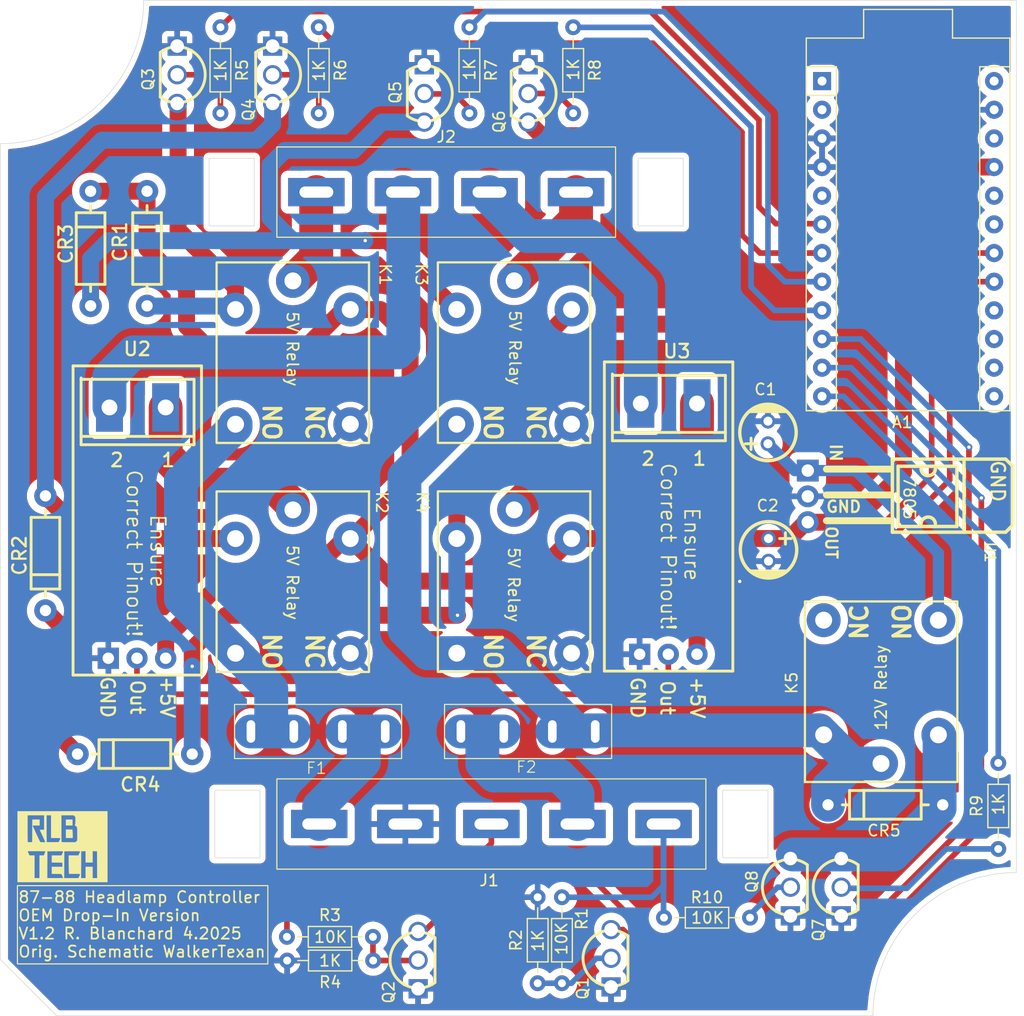
<source format=kicad_pcb>
(kicad_pcb (version 20240108) (generator "pcbnew") (generator_version "8.0")
  (title_block (title "87-88 Fiero Headlight Controller") (date "2025-04-12") (rev "1.2") (comment 1 "Based On An Original Schematic by WalkerTexan") (comment 2 "Designed 04/2025 by R. Blanchard"))
  (layers (0 "F.Cu" signal) (31 "B.Cu" signal) (34 "B.Paste" user) (35 "F.Paste" user) (36 "B.SilkS" user "B.Silkscreen") (37 "F.SilkS" user "F.Silkscreen") (38 "B.Mask" user) (39 "F.Mask" user) (44 "Edge.Cuts" user))
  (net 0 "")
  (net 1 "/DG3")
  (net 2 "/A1")
  (net 3 "/DG9")
  (net 5 "/DG4")
  (net 6 "/DG7")
  (net 7 "/DG8")
  (net 9 "/A0")
  (net 10 "/DG5")
  (net 11 "GND")
  (net 13 "/DG6")
  (net 14 "/+5V")
  (net 15 "/VI")
  (net 16 "Net-(Q3-C)")
  (net 17 "Net-(Q4-C)")
  (net 18 "Net-(Q5-C)")
  (net 19 "Net-(Q6-C)")
  (net 20 "/12V-1")
  (net 21 "Net-(Q7-C)")
  (net 22 "/Close Lamps")
  (net 23 "/Open Lamps")
  (net 24 "/12V-2")
  (net 25 "/U2 IN+")
  (net 26 "/U3 IN+")
  (net 27 "Net-(Q1-B)")
  (net 28 "Net-(Q2-B)")
  (net 29 "Net-(Q3-B)")
  (net 30 "Net-(Q4-B)")
  (net 31 "Net-(Q5-B)")
  (net 32 "/12V-2 Fused")
  (net 33 "Net-(Q7-B)")
  (net 34 "Net-(Q8-B)")
  (net 35 "/12V-1 Fused")
  (net 36 "Net-(Q6-B)")
  (net 37 "/C2-A")
  (net 38 "/C2-D")
  (net 39 "/C2-C")
  (net 40 "/C2-B")
  (footprint "Fiero:DIODE-1N4001" (layer "F.Cu") (at 53 74.3 90)
    (property "Reference" "CR1")
    (property "Value" "1N4001" (hide yes))
  )
  (footprint "Fiero:Fiero Headlight Controller 4-Pin" (layer "F.Cu") (at 79.5 76.3)
    (property "Reference" "J2")
    (property "Value" "Fiero 4-Pin Header" (hide yes))
    (fp_rect (start -21 -10) (end -17 -4) (stroke (width 0.05)) (fill none) (layer "Edge.Cuts"))
    (fp_rect (start 17 -10) (end 21 -4) (stroke (width 0.05)) (fill none) (layer "Edge.Cuts"))
  )
  (footprint "Resistor_THT:R_Axial_DIN0204_L3.6mm_D1.6mm_P7.62mm_Horizontal" (layer "F.Cu") (at 81.554945 54.69 -90)
    (property "Reference" "R7")
    (property "Value" "1K" (hide yes))
  )
  (footprint "Fiero:DIODE-1N4001" (layer "F.Cu") (at 48 74.3 90)
    (property "Reference" "CR3")
    (property "Value" "1N4001" (hide yes))
  )
  (footprint "Fiero:2N2222A" (layer "F.Cu") (at 94.1 137.2 90)
    (property "Reference" "Q1")
    (property "Value" "PN2222A" (hide yes))
  )
  (footprint "Fiero:JQC-T78-DC5V-C" (layer "F.Cu") (at 55.76 94.925 -90)
    (property "Reference" "K2")
    (property "Value" "JQC-T78-DC5V-C" (hide yes))
  )
  (footprint "Resistor_THT:R_Axial_DIN0204_L3.6mm_D1.6mm_P7.62mm_Horizontal" (layer "F.Cu") (at 73.03 137.4 180)
    (property "Reference" "R4")
    (property "Value" "1K" (hide yes))
  )
  (footprint "Resistor_THT:R_Axial_DIN0204_L3.6mm_D1.6mm_P7.62mm_Horizontal" (layer "F.Cu") (at 59.5 54.688809 -90)
    (property "Reference" "R5")
    (property "Value" "1K" (hide yes))
  )
  (footprint "Fiero:L7805" (layer "F.Cu") (at 111.5259 96.2635 -90)
    (property "Reference" "U1")
    (property "Value" "LM7805_TO220" (hide yes))
  )
  (footprint "Fiero:ACS712_A" (layer "F.Cu") (at 99.3 98.7 -90)
    (property "Reference" "U3")
    (property "Value" "CURRENT-SENSOR-ACS712#RH Door" (hide yes))
  )
  (footprint "Resistor_THT:R_Axial_DIN0204_L3.6mm_D1.6mm_P7.62mm_Horizontal" (layer "F.Cu") (at 65.39 135.3)
    (property "Reference" "R3")
    (property "Value" "10K" (hide yes))
  )
  (footprint "Fiero:Fiero Headlight Controller 5-Pin" (layer "F.Cu") (at 80 132.3)
    (property "Reference" "J1")
    (property "Value" "5 Pin Header" (hide yes))
    (fp_rect (start -21 -10) (end -17 -4) (stroke (width 0.05)) (fill none) (layer "Edge.Cuts"))
    (fp_rect (start 24 -10) (end 28 -4) (stroke (width 0.05)) (fill none) (layer "Edge.Cuts"))
  )
  (footprint "Fiero:LP-Mini Fuse Holder" (layer "F.Cu") (at 86.6 124.1)
    (property "Reference" "F2")
    (property "Value" "Fuse")
  )
  (footprint "Resistor_THT:R_Axial_DIN0204_L3.6mm_D1.6mm_P7.62mm_Horizontal" (layer "F.Cu") (at 128.4 127.51 90)
    (property "Reference" "R9")
    (property "Value" "1K" (hide yes))
  )
  (footprint "Fiero:Sparkfun_Pro_Micro" (layer "F.Cu") (at 128.03 87.4 180)
    (property "Reference" "A1")
    (property "Value" "Sparkfun_Pro_Micro")
  )
  (footprint "Fiero:CAP-TH_BD5.0-P2.00-D0.8-FD" (layer "F.Cu") (at 108 90.6 90)
    (property "Reference" "C1")
    (property "Value" "10uF" (hide yes))
  )
  (footprint "Fiero:2N2222A" (layer "F.Cu") (at 55.67 58.9 -90)
    (property "Reference" "Q3")
    (property "Value" "PN2222A" (hide yes))
  )
  (footprint "Fiero:CAP-TH_BD5.0-P2.00-D0.8-FD" (layer "F.Cu") (at 108.048133 101 -90)
    (property "Reference" "C2")
    (property "Value" "10uF" (hide yes))
  )
  (footprint "Fiero:LP-Mini Fuse Holder" (layer "F.Cu") (at 68.3 110.1 180)
    (property "Reference" "F1")
    (property "Value" "Fuse")
  )
  (footprint "Fiero:2N2222A" (layer "F.Cu") (at 64.11989 58.9 -90)
    (property "Reference" "Q4")
    (property "Value" "PN2222A" (hide yes))
  )
  (footprint "Resistor_THT:R_Axial_DIN0204_L3.6mm_D1.6mm_P7.62mm_Horizontal" (layer "F.Cu") (at 90.745055 54.69 -90)
    (property "Reference" "R8")
    (property "Value" "1K" (hide yes))
  )
  (footprint "Fiero:JQC-T78-DC5V-C" (layer "F.Cu") (at 55.76 74.63 -90)
    (property "Reference" "K1")
    (property "Value" "JQC-T78-DC5V-C" (hide yes))
  )
  (footprint "Fiero:2N2222A" (layer "F.Cu") (at 114.49011 130.9 90)
    (property "Reference" "Q7")
    (property "Value" "PN2222A" (hide yes))
  )
  (footprint "Fiero:JQC-T78-DC5V-C" (layer "F.Cu") (at 75.36 74.625 -90)
    (property "Reference" "K3")
    (property "Value" "JQC-T78-DC5V-C" (hide yes))
  )
  (footprint "Fiero:2N2222A" (layer "F.Cu") (at 86.754945 60.56 -90)
    (property "Reference" "Q6")
    (property "Value" "PN2222A" (hide yes))
  )
  (footprint "Fiero:2N2222A" (layer "F.Cu") (at 77.01 137.36 90)
    (property "Reference" "Q2")
    (property "Value" "PN2222A" (hide yes))
  )
  (footprint "Fiero:ACS712_A" (layer "F.Cu") (at 52.237 99.051 -90)
    (property "Reference" "U2")
    (property "Value" "CURRENT-SENSOR-ACS712#LH Door" (hide yes))
  )
  (footprint "Resistor_THT:R_Axial_DIN0204_L3.6mm_D1.6mm_P7.62mm_Horizontal" (layer "F.Cu") (at 68.21 54.688809 -90)
    (property "Reference" "R6")
    (property "Value" "1K" (hide yes))
  )
  (footprint "Fiero:DIODE-1N4001" (layer "F.Cu") (at 51.92 119.1 180)
    (property "Reference" "CR4")
    (property "Value" "1N4001" (hide yes))
  )
  (footprint "Fiero:2N2222A" (layer "F.Cu") (at 109.99011 130.9 90)
    (property "Reference" "Q8")
    (property "Value" "PN2222A" (hide yes))
  )
  (footprint "RLB Tech:RLB Tech Logo Mega Small" (layer "F.Cu") (at 45.5 127.3)
    (property "Reference" "G***" (hide yes))
    (property "Value" "LOGO" (hide yes))
  )
  (footprint "Fiero:JQC-T78-DC5V-C" (layer "F.Cu") (at 128.175 122.475 90)
    (property "Reference" "K5")
    (property "Value" "JQC-T78-DC12V-C" (hide yes))
  )
  (footprint "Resistor_THT:R_Axial_DIN0204_L3.6mm_D1.6mm_P7.62mm_Horizontal" (layer "F.Cu") (at 89.75 131.79 -90)
    (property "Reference" "R1")
    (property "Value" "10K" (hide yes))
  )
  (footprint "Fiero:2N2222A" (layer "F.Cu") (at 77.554945 60.56 -90)
    (property "Reference" "Q5")
    (property "Value" "PN2222A" (hide yes))
  )
  (footprint "Fiero:DIODE-1N4001" (layer "F.Cu") (at 118.4 123.6 180)
    (property "Reference" "CR5")
    (property "Value" "1N4001" (hide yes))
  )
  (footprint "Resistor_THT:R_Axial_DIN0204_L3.6mm_D1.6mm_P7.62mm_Horizontal" (layer "F.Cu") (at 87.6 139.41 90)
    (property "Reference" "R2")
    (property "Value" "1K" (hide yes))
  )
  (footprint "Fiero:JQC-T78-DC5V-C" (layer "F.Cu") (at 75.36 94.92 -90)
    (property "Reference" "K4")
    (property "Value" "JQC-T78-DC5V-C" (hide yes))
  )
  (footprint "Resistor_THT:R_Axial_DIN0204_L3.6mm_D1.6mm_P7.62mm_Horizontal" (layer "F.Cu") (at 106.41 133.6 180)
    (property "Reference" "R10")
    (property "Value" "10K" (hide yes))
  )
  (footprint "Fiero:DIODE-1N4001" (layer "F.Cu") (at 44 101.3 -90)
    (property "Reference" "CR2")
    (property "Value" "1N4001" (hide yes))
  )
  (gr_poly (pts (xy 109.595642 88.831739) (xy 106.293642 88.831739) (xy 107.244642 88.225739) (xy 108.744642 88.225739)) (stroke (width 0.1)) (fill solid) (layer "F.SilkS"))
  (gr_rect (start 41.519709 130.759612) (end 63.7 137.7) (stroke (width 0.1)) (fill none) (layer "F.SilkS"))
  (gr_poly (pts (xy 106.398 102.794) (xy 109.7 102.794) (xy 108.537249 103.454594) (xy 107.293642 103.374261)) (stroke (width 0.1)) (fill solid) (layer "F.SilkS"))
  (gr_line (start 40 137.3) (end 45 142.3) (stroke (width 0.05)) (layer "Edge.Cuts"))
  (gr_arc (start 117.3 142.3) (mid 121.019744 133.319744) (end 130 129.6) (stroke (width 0.05)) (layer "Edge.Cuts"))
  (gr_line (start 40 65) (end 40 137.3) (stroke (width 0.05)) (layer "Edge.Cuts"))
  (gr_line (start 52.7 52.3) (end 130 52.3) (stroke (width 0.05)) (layer "Edge.Cuts"))
  (gr_line (start 117.3 142.3) (end 45 142.3) (stroke (width 0.05)) (layer "Edge.Cuts"))
  (gr_arc (start 52.7 52.3) (mid 48.980256 61.280256) (end 40 65) (stroke (width 0.05)) (layer "Edge.Cuts"))
  (gr_line (start 130 129.6) (end 130 52.3) (stroke (width 0.05)) (layer "Edge.Cuts"))
  (gr_text "1K" (at 68.81 59.6 90) (layer "F.SilkS") (effects (font (size 1 1)) (justify left bottom)))
  (gr_text "    Ensure \nCorrect Pinout!\n" (at 98.4 93.2 -90) (layer "F.SilkS") (effects (font (size 1.3 1.3)) (justify left bottom)))
  (gr_text "1K" (at 129 124.6 90) (layer "F.SilkS") (effects (font (size 1 1)) (justify left bottom)))
  (gr_text "10K" (at 101.1 134.2 0) (layer "F.SilkS") (effects (font (size 1 1)) (justify left bottom)))
  (gr_text "    Ensure \nCorrect Pinout!\n" (at 51.1 93.8 -90) (layer "F.SilkS") (effects (font (size 1.3 1.3)) (justify left bottom)))
  (gr_text "1K" (at 60.1 59.6 90) (layer "F.SilkS") (effects (font (size 1 1)) (justify left bottom)))
  (gr_text "1K" (at 91.345055 59.5 90) (layer "F.SilkS") (effects (font (size 1 1)) (justify left bottom)))
  (gr_text "Out" (at 51.45 112.414286 270) (layer "F.SilkS") (effects (font (size 1.2 1.2) (thickness 0.2) (bold yes)) (justify left bottom)))
  (gr_text "1K" (at 68.15 138 0) (layer "F.SilkS") (effects (font (size 1 1)) (justify left bottom)))
  (gr_text "5V Relay" (at 85 79.7 -90) (layer "F.SilkS") (effects (font (size 1 1)) (justify left bottom)))
  (gr_text "5V Relay" (at 84.9 100.7 -90) (layer "F.SilkS") (effects (font (size 1 1)) (justify left bottom)))
  (gr_text "Out" (at 98.4 112.464286 270) (layer "F.SilkS") (effects (font (size 1.2 1.2) (thickness 0.2) (bold yes)) (justify left bottom)))
  (gr_text "GND" (at 95.75 112.15 270) (layer "F.SilkS") (effects (font (size 1.2 1.2) (thickness 0.2) (bold yes)) (justify left bottom)))
  (gr_text "87-88 Headlamp Controller\nOEM Drop-In Version\nV1.2 R. Blanchard 4.2025\nOrig. Schematic WalkerTexan" (at 41.519709 137.2 0) (layer "F.SilkS") (effects (font (size 1 1)) (justify left bottom)))
  (gr_text "10K" (at 90.3 137.01 90) (layer "F.SilkS") (effects (font (size 1 1)) (justify left bottom)))
  (gr_text "+5V" (at 101.05 112.15 270) (layer "F.SilkS") (effects (font (size 1.2 1.2) (thickness 0.2) (bold yes)) (justify left bottom)))
  (gr_text "GND" (at 48.8 112.1 270) (layer "F.SilkS") (effects (font (size 1.2 1.2) (thickness 0.2) (bold yes)) (justify left bottom)))
  (gr_text "1K" (at 82.154945 59.5 90) (layer "F.SilkS") (effects (font (size 1 1)) (justify left bottom)))
  (gr_text "5V Relay" (at 65.3 100.5 -90) (layer "F.SilkS") (effects (font (size 1 1)) (justify left bottom)))
  (gr_text "1K" (at 88.2 136.71 90) (layer "F.SilkS") (effects (font (size 1 1)) (justify left bottom)))
  (gr_text "10K" (at 67.71 135.9 0) (layer "F.SilkS") (effects (font (size 1 1)) (justify left bottom)))
  (gr_text "12V Relay" (at 118.6 117.1 90) (layer "F.SilkS") (effects (font (size 1 1)) (justify left bottom)))
  (gr_text "5V Relay" (at 65.3 79.8 -90) (layer "F.SilkS") (effects (font (size 1 1)) (justify left bottom)))
  (gr_text "+5V" (at 54.1 112.1 270) (layer "F.SilkS") (effects (font (size 1.2 1.2) (thickness 0.2) (bold yes)) (justify left bottom)))
  (segment (start 97.6 53.3) (end 107.2 62.9) (width 0.5) (layer "F.Cu") (net 1))
  (segment (start 60.888809 53.3) (end 97.6 53.3) (width 0.5) (layer "F.Cu") (net 1))
  (segment (start 59.5 54.688809) (end 60.888809 53.3) (width 0.5) (layer "F.Cu") (net 1))
  (segment (start 112.73 72.1) (end 112.79 72.16) (width 0.5) (layer "F.Cu") (net 1))
  (segment (start 108.7 72.1) (end 112.73 72.1) (width 0.5) (layer "F.Cu") (net 1))
  (segment (start 107.2 62.9) (end 107.2 70.6) (width 0.5) (layer "F.Cu") (net 1))
  (segment (start 107.2 70.6) (end 108.7 72.1) (width 0.5) (layer "F.Cu") (net 1))
  (segment (start 112.5 100.9) (end 116 100.9) (width 0.5) (layer "F.Cu") (net 2))
  (segment (start 99.173 111.673) (end 99.8 112.3) (width 0.5) (layer "F.Cu") (net 2))
  (segment (start 125.5 74.7) (end 128.03 74.7) (width 0.5) (layer "F.Cu") (net 2))
  (segment (start 99.173 110.257) (end 99.173 111.673) (width 0.5) (layer "F.Cu") (net 2))
  (segment (start 104.5 110.9) (end 104.5 108.9) (width 0.5) (layer "F.Cu") (net 2))
  (segment (start 116 100.9) (end 122.5 94.4) (width 0.5) (layer "F.Cu") (net 2))
  (segment (start 99.8 112.3) (end 103.1 112.3) (width 0.5) (layer "F.Cu") (net 2))
  (segment (start 122.5 94.4) (end 122.5 77.7) (width 0.5) (layer "F.Cu") (net 2))
  (segment (start 103.1 112.3) (end 104.5 110.9) (width 0.5) (layer "F.Cu") (net 2))
  (segment (start 122.5 77.7) (end 125.5 74.7) (width 0.5) (layer "F.Cu") (net 2))
  (segment (start 104.5 108.9) (end 112.5 100.9) (width 0.5) (layer "F.Cu") (net 2))
  (segment (start 128.4 119.89) (end 128.4 101.1) (width 0.5) (layer "B.Cu") (net 3))
  (segment (start 128.4 101.1) (end 114.7 87.4) (width 0.5) (layer "B.Cu") (net 3))
  (segment (start 114.7 87.4) (end 112.79 87.4) (width 0.5) (layer "B.Cu") (net 3))
  (segment (start 69.621191 56.1) (end 97.8 56.1) (width 0.5) (layer "F.Cu") (net 5))
  (segment (start 107.3 74.7) (end 112.79 74.7) (width 0.5) (layer "F.Cu") (net 5))
  (segment (start 105.7 73.1) (end 107.3 74.7) (width 0.5) (layer "F.Cu") (net 5))
  (segment (start 97.8 56.1) (end 105.7 64) (width 0.5) (layer "F.Cu") (net 5))
  (segment (start 105.7 64) (end 105.7 73.1) (width 0.5) (layer "F.Cu") (net 5))
  (segment (start 68.21 54.688809) (end 69.621191 56.1) (width 0.5) (layer "F.Cu") (net 5))
  (segment (start 92.2 129.9) (end 82.465 129.9) (width 0.5) (layer "F.Cu") (net 6))
  (segment (start 125.8 125.1) (end 114.5 136.4) (width 0.5) (layer "F.Cu") (net 6))
  (segment (start 114.5 136.4) (end 98.7 136.4) (width 0.5) (layer "F.Cu") (net 6))
  (segment (start 98.7 136.4) (end 92.2 129.9) (width 0.5) (layer "F.Cu") (net 6))
  (segment (start 82.465 129.9) (end 77.545 134.82) (width 0.5) (layer "F.Cu") (net 6))
  (segment (start 77.545 134.82) (end 77.01 134.82) (width 0.5) (layer "F.Cu") (net 6))
  (segment (start 125.8 91.9) (end 125.8 125.1) (width 0.5) (layer "F.Cu") (net 6))
  (via (at 125.8 91.9) (size 0.6) (drill 0.3) (layers "F.Cu" "B.Cu") (net 6))
  (segment (start 116.22 82.32) (end 112.79 82.32) (width 0.5) (layer "B.Cu") (net 6))
  (segment (start 125.8 91.9) (end 116.22 82.32) (width 0.5) (layer "B.Cu") (net 6))
  (segment (start 98.2 137.7) (end 95.16 134.66) (width 0.5) (layer "F.Cu") (net 7))
  (segment (start 95.16 134.66) (end 94.1 134.66) (width 0.5) (layer "F.Cu") (net 7))
  (segment (start 126.9 125.6) (end 114.8 137.7) (width 0.5) (layer "F.Cu") (net 7))
  (segment (start 114.8 137.7) (end 98.2 137.7) (width 0.5) (layer "F.Cu") (net 7))
  (segment (start 126.9 96.4) (end 126.9 125.6) (width 0.5) (layer "F.Cu") (net 7))
  (via (at 126.9 96.4) (size 0.6) (drill 0.3) (layers "F.Cu" "B.Cu") (net 7))
  (segment (start 115.36 84.86) (end 112.79 84.86) (width 0.5) (layer "B.Cu") (net 7))
  (segment (start 126.9 96.4) (end 115.36 84.86) (width 0.5) (layer "B.Cu") (net 7))
  (segment (start 105.8 111.4) (end 105.8 109.65) (width 0.5) (layer "F.Cu") (net 9))
  (segment (start 113.05 102.4) (end 116.5 102.4) (width 0.5) (layer "F.Cu") (net 9))
  (segment (start 116.5 102.4) (end 124.1 94.8) (width 0.5) (layer "F.Cu") (net 9))
  (segment (start 124.1 94.8) (end 124.1 79.6) (width 0.5) (layer "F.Cu") (net 9))
  (segment (start 103.4 113.8) (end 105.8 111.4) (width 0.5) (layer "F.Cu") (net 9))
  (segment (start 105.8 109.65) (end 113.05 102.4) (width 0.5) (layer "F.Cu") (net 9))
  (segment (start 124.1 79.6) (end 126.46 77.24) (width 0.5) (layer "F.Cu") (net 9))
  (segment (start 52.11 112.41) (end 53.5 113.8) (width 0.5) (layer "F.Cu") (net 9))
  (segment (start 53.5 113.8) (end 103.4 113.8) (width 0.5) (layer "F.Cu") (net 9))
  (segment (start 126.46 77.24) (end 128.03 77.24) (width 0.5) (layer "F.Cu") (net 9))
  (segment (start 52.11 110.608) (end 52.11 112.41) (width 0.5) (layer "F.Cu") (net 9))
  (segment (start 108 75.75) (end 109.49 77.24) (width 0.5) (layer "B.Cu") (net 10))
  (segment (start 81.554945 54.69) (end 82.944945 53.3) (width 0.5) (layer "B.Cu") (net 10))
  (segment (start 109.49 77.24) (end 112.79 77.24) (width 0.5) (layer "B.Cu") (net 10))
  (segment (start 108 62.5) (end 108 75.75) (width 0.5) (layer "B.Cu") (net 10))
  (segment (start 82.944945 53.3) (end 98.8 53.3) (width 0.5) (layer "B.Cu") (net 10))
  (segment (start 98.8 53.3) (end 108 62.5) (width 0.5) (layer "B.Cu") (net 10))
  (via (at 105.5 103.8) (size 0.6) (drill 0.3) (layers "F.Cu" "B.Cu") (net 11))
  (segment (start 106.5 77.7) (end 108.58 79.78) (width 0.5) (layer "B.Cu") (net 13))
  (segment (start 108.58 79.78) (end 112.79 79.78) (width 0.5) (layer "B.Cu") (net 13))
  (segment (start 97.7 54.7) (end 106.5 63.5) (width 0.5) (layer "B.Cu") (net 13))
  (segment (start 90.755055 54.7) (end 97.7 54.7) (width 0.5) (layer "B.Cu") (net 13))
  (segment (start 106.5 63.5) (end 106.5 77.7) (width 0.5) (layer "B.Cu") (net 13))
  (segment (start 90.745055 54.69) (end 90.755055 54.7) (width 0.5) (layer "B.Cu") (net 13))
  (segment (start 45.1 117.36) (end 45.1 109.1) (width 1.5) (layer "F.Cu") (net 14))
  (segment (start 70.395 79.71) (end 66.805 83.3) (width 1.5) (layer "F.Cu") (net 14))
  (segment (start 57.30375 106.20375) (end 54.65 108.8575) (width 1.5) (layer "F.Cu") (net 14))
  (segment (start 104.3 100) (end 90.6 100) (width 1.5) (layer "F.Cu") (net 14))
  (segment (start 70.495 100.005) (end 66 104.5) (width 1.5) (layer "F.Cu") (net 14))
  (segment (start 49 108.2) (end 45.82 108.2) (width 1.5) (layer "F.Cu") (net 14))
  (segment (start 111.3495 98.5495) (end 109.899 100) (width 1.5) (layer "F.Cu") (net 14))
  (segment (start 55.3075 108.2) (end 57.30375 106.20375) (width 1.5) (layer "F.Cu") (net 14))
  (segment (start 73.67 79.71) (end 70.395 79.71) (width 1.5) (layer "F.Cu") (net 14))
  (segment (start 53 69.22) (end 48 69.22) (width 1.5) (layer "F.Cu") (net 14))
  (segment (start 120 94.1) (end 120 71.5) (width 1.5) (layer "F.Cu") (net 14))
  (segment (start 124.42 67.08) (end 128.03 67.08) (width 1.5) (layer "F.Cu") (net 14))
  (segment (start 46.84 119.1) (end 45.1 117.36) (width 1.5) (layer "F.Cu") (net 14))
  (segment (start 101.713 102.587) (end 101.713 110.257) (width 1.5) (layer "F.Cu") (net 14))
  (segment (start 74.775 103.775) (end 71.005 100.005) (width 1.5) (layer "F.Cu") (net 14))
  (segment (start 56.5 77.8) (end 53 74.3) (width 1.5) (layer "F.Cu") (net 14))
  (segment (start 54.65 108.8575) (end 54.65 110.608) (width 1.5) (layer "F.Cu") (net 14))
  (segment (start 86.825 103.775) (end 74.775 103.775) (width 1.5) (layer "F.Cu") (net 14))
  (segment (start 59.0075 104.5) (end 57.30375 106.20375) (width 1.5) (layer "F.Cu") (net 14))
  (segment (start 85.2 85.2) (end 90.6 79.8) (width 1.5) (layer "F.Cu") (net 14))
  (segment (start 76.3 82.34) (end 73.67 79.71) (width 1.5) (layer "F.Cu") (net 14))
  (segment (start 71.005 100.005) (end 71 100.005) (width 1.5) (layer "F.Cu") (net 14))
  (segment (start 45.82 108.2) (end 44 106.38) (width 1.5) (layer "F.Cu") (net 14))
  (segment (start 120 71.5) (end 124.42 67.08) (width 1.5) (layer "F.Cu") (net 14))
  (segment (start 66.805 83.3) (end 58.6 83.3) (width 1.5) (layer "F.Cu") (net 14))
  (segment (start 71.095 100.005) (end 76.3 94.8) (width 1.5) (layer "F.Cu") (net 14))
  (segment (start 76.3 94.8) (end 76.3 82.34) (width 1.5) (layer "F.Cu") (net 14))
  (segment (start 109.899 100) (end 104.3 100) (width 1.5) (layer "F.Cu") (net 14))
  (segment (start 49 108.2) (end 55.3075 108.2) (width 1.5) (layer "F.Cu") (net 14))
  (segment (start 56.5 81.2) (end 56.5 77.8) (width 1.5) (layer "F.Cu") (net 14))
  (segment (start 46 108.2) (end 49 108.2) (width 1.5) (layer "F.Cu") (net 14))
  (segment (start 104.3 100) (end 101.713 102.587) (width 1.5) (layer "F.Cu") (net 14))
  (segment (start 111.5259 98.5495) (end 111.3495 98.5495) (width 1.5) (layer "F.Cu") (net 14))
  (segment (start 58.6 83.3) (end 56.5 81.2) (width 1.5) (layer "F.Cu") (net 14))
  (segment (start 53 74.3) (end 53 69.22) (width 1.5) (layer "F.Cu") (net 14))
  (segment (start 76.3 88) (end 79.1 85.2) (width 1.5) (layer "F.Cu") (net 14))
  (segment (start 79.1 85.2) (end 85.2 85.2) (width 1.5) (layer "F.Cu") (net 14))
  (segment (start 90.6 100) (end 86.825 103.775) (width 1.5) (layer "F.Cu") (net 14))
  (segment (start 66 104.5) (end 59.0075 104.5) (width 1.5) (layer "F.Cu") (net 14))
  (segment (start 90.6 79.8) (end 90.6 79.705) (width 1.5) (layer "F.Cu") (net 14))
  (segment (start 115.5505 98.5495) (end 120 94.1) (width 1.5) (layer "F.Cu") (net 14))
  (segment (start 71 100.005) (end 71.095 100.005) (width 1.5) (layer "F.Cu") (net 14))
  (segment (start 111.5259 98.5495) (end 115.5505 98.5495) (width 1.5) (layer "F.Cu") (net 14))
  (segment (start 45.1 109.1) (end 46 108.2) (width 1.5) (layer "F.Cu") (net 14))
  (segment (start 110.3775 93.9775) (end 108 91.6) (width 1) (layer "B.Cu") (net 15))
  (segment (start 123.095 107.235) (end 123.095 101.295) (width 1) (layer "B.Cu") (net 15))
  (segment (start 115.7775 93.9775) (end 111.5259 93.9775) (width 1) (layer "B.Cu") (net 15))
  (segment (start 111.5259 93.9775) (end 110.3775 93.9775) (width 1) (layer "B.Cu") (net 15))
  (segment (start 123.095 101.295) (end 115.7775 93.9775) (width 1) (layer "B.Cu") (net 15))
  (segment (start 55.75 61.52) (end 55.75 72.65) (width 1.5) (layer "F.Cu") (net 16))
  (segment (start 55.67 61.44) (end 55.75 61.52) (width 1.5) (layer "F.Cu") (net 16))
  (segment (start 60.84 77.74) (end 60.84 79.71) (width 1.5) (layer "F.Cu") (net 16))
  (segment (start 55.75 72.65) (end 60.84 77.74) (width 1.5) (layer "F.Cu") (net 16))
  (segment (start 60.84 79.71) (end 60.53 79.4) (width 1.5) (layer "B.Cu") (net 16))
  (segment (start 53.02 79.4) (end 53 79.38) (width 1.5) (layer "B.Cu") (net 16))
  (segment (start 60.53 79.4) (end 53.02 79.4) (width 1.5) (layer "B.Cu") (net 16))
  (segment (start 47.785 100.005) (end 44 96.22) (width 1.5) (layer "F.Cu") (net 17))
  (segment (start 60.84 100.005) (end 47.785 100.005) (width 1.5) (layer "F.Cu") (net 17))
  (segment (start 64.11989 63.29011) (end 62.71 64.7) (width 1.5) (layer "B.Cu") (net 17))
  (segment (start 44 69.7) (end 44 96.22) (width 1.5) (layer "B.Cu") (net 17))
  (segment (start 49 64.7) (end 44 69.7) (width 1.5) (layer "B.Cu") (net 17))
  (segment (start 62.71 64.7) (end 49 64.7) (width 1.5) (layer "B.Cu") (net 17))
  (segment (start 64.11989 61.44) (end 64.11989 63.29011) (width 1.5) (layer "B.Cu") (net 17))
  (segment (start 80.375 79.705) (end 80.44 79.705) (width 1.5) (layer "F.Cu") (net 18))
  (segment (start 74.27 73.6) (end 80.375 79.705) (width 1.5) (layer "F.Cu") (net 18))
  (segment (start 72.325 73.6) (end 74.27 73.6) (width 1.5) (layer "F.Cu") (net 18))
  (segment (start 72.3 73.6) (end 72.325 73.6) (width 1.5) (layer "F.Cu") (net 18))
  (via (at 72.325 73.6) (size 0.6) (drill 0.3) (layers "F.Cu" "B.Cu") (net 18))
  (segment (start 63.9 66.9) (end 63.9 71.6) (width 1.5) (layer "B.Cu") (net 18))
  (segment (start 65.1 73.6) (end 49.6 73.6) (width 1.5) (layer "B.Cu") (net 18))
  (segment (start 48 75.2) (end 48 79.38) (width 1.5) (layer "B.Cu") (net 18))
  (segment (start 65.2 65.6) (end 63.9 66.9) (width 1.5) (layer "B.Cu") (net 18))
  (segment (start 72.3 73.6) (end 65.1 73.6) (width 1.5) (layer "B.Cu") (net 18))
  (segment (start 49.6 73.6) (end 48 75.2) (width 1.5) (layer "B.Cu") (net 18))
  (segment (start 71.3 65.6) (end 65.2 65.6) (width 1.5) (layer "B.Cu") (net 18))
  (segment (start 73.8 63.1) (end 71.3 65.6) (width 1.5) (layer "B.Cu") (net 18))
  (segment (start 63.9 71.6) (end 65.9 73.6) (width 1.5) (layer "B.Cu") (net 18))
  (segment (start 77.554945 63.1) (end 73.8 63.1) (width 1.5) (layer "B.Cu") (net 18))
  (segment (start 102.5 78.8) (end 100.3 81) (width 1.5) (layer "F.Cu") (net 19))
  (segment (start 100.3 81) (end 94 81) (width 1.5) (layer "F.Cu") (net 19))
  (segment (start 87.954945 64.3) (end 101.5 64.3) (width 1.5) (layer "F.Cu") (net 19))
  (segment (start 57 109.8) (end 57 111.3) (width 1.5) (layer "F.Cu") (net 19))
  (segment (start 102.5 65.3) (end 102.5 78.8) (width 1.5) (layer "F.Cu") (net 19))
  (segment (start 80.44 94.56) (end 80.44 100) (width 1.5) (layer "F.Cu") (net 19))
  (segment (start 60 106.8) (end 57 109.8) (width 1.5) (layer "F.Cu") (net 19))
  (segment (start 80.5 106.8) (end 60 106.8) (width 1.5) (layer "F.Cu") (net 19))
  (segment (start 86.754945 63.1) (end 87.954945 64.3) (width 1.5) (layer "F.Cu") (net 19))
  (segment (start 101.5 64.3) (end 102.5 65.3) (width 1.5) (layer "F.Cu") (net 19))
  (segment (start 94 81) (end 80.44 94.56) (width 1.5) (layer "F.Cu") (net 19))
  (via (at 80.5 106.8) (size 0.6) (drill 0.3) (layers "F.Cu" "B.Cu") (net 19))
  (via (at 57 111.325) (size 0.6) (drill 0.3) (layers "F.Cu" "B.Cu") (net 19))
  (segment (start 80.44 106.75) (end 80.44 100) (width 1.5) (layer "B.Cu") (net 19))
  (segment (start 57 111.325) (end 57 119.1) (width 1.5) (layer "B.Cu") (net 19))
  (segment (start 57 111.3) (end 57 111.325) (width 1.5) (layer "B.Cu") (net 19))
  (segment (start 70.3 117.1) (end 74.1 117.1) (width 3) (layer "B.Cu") (net 20))
  (segment (start 68.25 125.3) (end 68.25 123.75) (width 3) (layer "B.Cu") (net 20))
  (segment (start 72.2 119.8) (end 72.2 117.1) (width 3) (layer "B.Cu") (net 20))
  (segment (start 68.25 123.75) (end 72.2 119.8) (width 3) (layer "B.Cu") (net 20))
  (segment (start 123.2 117.5) (end 123.095 117.395) (width 3) (layer "B.Cu") (net 21))
  (segment (start 123.2 123.32) (end 123.2 123.88) (width 3) (layer "B.Cu") (net 21))
  (segment (start 123.2 123.88) (end 119.08 128) (width 3) (layer "B.Cu") (net 21))
  (segment (start 123.2 123.32) (end 123.2 117.5) (width 3) (layer "B.Cu") (net 21))
  (segment (start 119.08 128) (end 110.2 128) (width 3) (layer "B.Cu") (net 21))
  (segment (start 69.5 129.75) (end 65.39 133.86) (width 0.5) (layer "F.Cu") (net 22))
  (segment (start 83.5 127) (end 80.75 129.75) (width 0.5) (layer "F.Cu") (net 22))
  (segment (start 80.75 129.75) (end 69.5 129.75) (width 0.5) (layer "F.Cu") (net 22))
  (segment (start 65.39 133.86) (end 65.39 135.3) (width 0.5) (layer "F.Cu") (net 22))
  (segment (start 83.5 125.3) (end 83.5 127) (width 0.5) (layer "F.Cu") (net 22))
  (segment (start 98.75 133.56) (end 98.79 133.6) (width 0.5) (layer "B.Cu") (net 23))
  (segment (start 97.71 131.79) (end 89.75 131.79) (width 0.5) (layer "B.Cu") (net 23))
  (segment (start 98.75 130.75) (end 97.71 131.79) (width 0.5) (layer "B.Cu") (net 23))
  (segment (start 98.75 125.3) (end 98.75 130.75) (width 0.5) (layer "B.Cu") (net 23))
  (segment (start 98.75 125.3) (end 98.75 133.56) (width 0.5) (layer "B.Cu") (net 23))
  (segment (start 82.7 117.1) (end 82.7 119.95) (width 3) (layer "B.Cu") (net 24))
  (segment (start 89.5 121) (end 91.125 122.625) (width 3) (layer "B.Cu") (net 24))
  (segment (start 80.8 117.1) (end 84.6 117.1) (width 3) (layer "B.Cu") (net 24))
  (segment (start 82.7 119.95) (end 83.75 121) (width 3) (layer "B.Cu") (net 24))
  (segment (start 83.75 121) (end 89.5 121) (width 3) (layer "B.Cu") (net 24))
  (segment (start 91.125 122.625) (end 91.125 125.3) (width 3) (layer "B.Cu") (net 24))
  (segment (start 57.232 95.232) (end 54.65 92.65) (width 3) (layer "F.Cu") (net 25))
  (segment (start 54.65 92.65) (end 54.65 88.383) (width 3) (layer "F.Cu") (net 25))
  (segment (start 64.097 95.232) (end 57.232 95.232) (width 3) (layer "F.Cu") (net 25))
  (segment (start 65.92 97.465) (end 65.92 97.055) (width 3) (layer "F.Cu") (net 25))
  (segment (start 65.92 97.055) (end 64.097 95.232) (width 3) (layer "F.Cu") (net 25))
  (segment (start 87.18 95.8) (end 99.7 95.8) (width 3) (layer "F.Cu") (net 26))
  (segment (start 99.7 95.8) (end 101.713 93.787) (width 3) (layer "F.Cu") (net 26))
  (segment (start 85.52 97.46) (end 87.18 95.8) (width 3) (layer "F.Cu") (net 26))
  (segment (start 101.713 93.787) (end 101.713 88.032) (width 3) (layer "F.Cu") (net 26))
  (segment (start 89.75 139.41) (end 90.59 139.41) (width 0.5) (layer "B.Cu") (net 27))
  (segment (start 87.6 139.41) (end 89.75 139.41) (width 0.5) (layer "B.Cu") (net 27))
  (segment (start 92.8 137.2) (end 94.1 137.2) (width 0.5) (layer "B.Cu") (net 27))
  (segment (start 90.59 139.41) (end 92.8 137.2) (width 0.5) (layer "B.Cu") (net 27))
  (segment (start 73.03 137.4) (end 76.97 137.4) (width 0.5) (layer "F.Cu") (net 28))
  (segment (start 73.01 135.3) (end 73.01 137.38) (width 0.5) (layer "F.Cu") (net 28))
  (segment (start 76.97 137.4) (end 77.01 137.36) (width 0.5) (layer "F.Cu") (net 28))
  (segment (start 73.01 137.38) (end 73.03 137.4) (width 0.5) (layer "F.Cu") (net 28))
  (segment (start 59.5 60.79) (end 57.61 58.9) (width 0.5) (layer "F.Cu") (net 29))
  (segment (start 57.61 58.9) (end 55.67 58.9) (width 0.5) (layer "F.Cu") (net 29))
  (segment (start 59.5 62.308809) (end 59.5 60.79) (width 0.5) (layer "F.Cu") (net 29))
  (segment (start 64.11989 58.9) (end 66.31 58.9) (width 0.5) (layer "F.Cu") (net 30))
  (segment (start 66.31 58.9) (end 68.21 60.8) (width 0.5) (layer "F.Cu") (net 30))
  (segment (start 68.21 60.8) (end 68.21 62.308809) (width 0.5) (layer "F.Cu") (net 30))
  (segment (start 77.594945 60.6) (end 77.554945 60.56) (width 0.5) (layer "F.Cu") (net 31))
  (segment (start 81.554945 62.31) (end 81.554945 61.90989) (width 0.5) (layer "F.Cu") (net 31))
  (segment (start 80.245055 60.6) (end 77.594945 60.6) (width 0.5) (layer "F.Cu") (net 31))
  (segment (start 81.554945 61.90989) (end 80.245055 60.6) (width 0.5) (layer "F.Cu") (net 31))
  (segment (start 77.86 110.16) (end 75.8 108.1) (width 3) (layer "B.Cu") (net 32))
  (segment (start 80.44 110.16) (end 77.86 110.16) (width 3) (layer "B.Cu") (net 32))
  (segment (start 112.935 117.395) (end 115.475 119.935) (width 3) (layer "B.Cu") (net 32))
  (segment (start 92.7 117.1) (end 88.9 117.1) (width 3) (layer "B.Cu") (net 32))
  (segment (start 75.8 108.1) (end 75.8 94.5) (width 3) (layer "B.Cu") (net 32))
  (segment (start 91 117) (end 84.16 110.16) (width 3) (layer "B.Cu") (net 32))
  (segment (start 112.54 117) (end 91 117) (width 3) (layer "B.Cu") (net 32))
  (segment (start 80.435 89.865) (end 80.44 89.865) (width 3) (layer "B.Cu") (net 32))
  (segment (start 112.74 117.2) (end 112.935 117.395) (width 0.2) (layer "B.Cu") (net 32))
  (segment (start 75.8 94.5) (end 80.435 89.865) (width 3) (layer "B.Cu") (net 32))
  (segment (start 113.32 122.09) (end 113.32 123.6) (width 3) (layer "B.Cu") (net 32))
  (segment (start 112.74 117.2) (end 112.54 117) (width 3) (layer "B.Cu") (net 32))
  (segment (start 115.475 119.935) (end 113.32 122.09) (width 3) (layer "B.Cu") (net 32))
  (segment (start 84.16 110.16) (end 80.44 110.16) (width 3) (layer "B.Cu") (net 32))
  (segment (start 115.475 119.935) (end 118.015 119.935) (width 3) (layer "B.Cu") (net 32))
  (segment (start 120.3 131) (end 123.79 127.51) (width 0.5) (layer "B.Cu") (net 33))
  (segment (start 123.79 127.51) (end 128.4 127.51) (width 0.5) (layer "B.Cu") (net 33))
  (segment (start 114.59011 131) (end 120.3 131) (width 0.5) (layer "B.Cu") (net 33))
  (segment (start 114.49011 130.9) (end 114.59011 131) (width 0.5) (layer "B.Cu") (net 33))
  (segment (start 108.85 130.9) (end 106.41 133.34) (width 0.5) (layer "B.Cu") (net 34))
  (segment (start 109.99011 130.9) (end 108.85 130.9) (width 0.5) (layer "B.Cu") (net 34))
  (segment (start 106.41 133.34) (end 106.41 133.6) (width 0.5) (layer "B.Cu") (net 34))
  (segment (start 60.84 89.87) (end 60.84 90.06) (width 3) (layer "B.Cu") (net 35))
  (segment (start 56 105.325) (end 60.84 110.165) (width 3) (layer "B.Cu") (net 35))
  (segment (start 64 113.325) (end 64 117) (width 3) (layer "B.Cu") (net 35))
  (segment (start 56 94.9) (end 56 105.325) (width 3) (layer "B.Cu") (net 35))
  (segment (start 60.84 110.165) (end 64 113.325) (width 3) (layer "B.Cu") (net 35))
  (segment (start 62.2 117.1) (end 66 117.1) (width 3) (layer "B.Cu") (net 35))
  (segment (start 60.84 90.06) (end 56 94.9) (width 3) (layer "B.Cu") (net 35))
  (segment (start 89.305055 60.56) (end 86.754945 60.56) (width 0.5) (layer "F.Cu") (net 36))
  (segment (start 90.745055 62.31) (end 90.745055 62) (width 0.5) (layer "F.Cu") (net 36))
  (segment (start 90.745055 62) (end 89.305055 60.56) (width 0.5) (layer "F.Cu") (net 36))
  (segment (start 67.985 75.105) (end 67.985 69.315) (width 3) (layer "F.Cu") (net 37))
  (segment (start 65.92 77.17) (end 67.985 75.105) (width 3) (layer "F.Cu") (net 37))
  (segment (start 67.985 69.315) (end 68 69.3) (width 3) (layer "F.Cu") (net 37))
  (segment (start 91 71.7) (end 91 69.3) (width 3) (layer "F.Cu") (net 38))
  (segment (start 85.52 77.165) (end 85.535 77.165) (width 3) (layer "F.Cu") (net 38))
  (segment (start 85.535 77.165) (end 91 71.7) (width 3) (layer "F.Cu") (net 38))
  (segment (start 96.7346 88.032) (end 96.7346 77.7346) (width 3) (layer "B.Cu") (net 39))
  (segment (start 83.333332 69.816666) (end 83.333332 69.3) (width 3) (layer "B.Cu") (net 39))
  (segment (start 92.2 73.2) (end 86.716666 73.2) (width 3) (layer "B.Cu") (net 39))
  (segment (start 96.7346 77.7346) (end 92.2 73.2) (width 3) (layer "B.Cu") (net 39))
  (segment (start 86.716666 73.2) (end 83.333332 69.816666) (width 3) (layer "B.Cu") (net 39))
  (segment (start 49.6716 85.6284) (end 51.8 83.5) (width 3) (layer "B.Cu") (net 40))
  (segment (start 75.7 69.333334) (end 75.666666 69.3) (width 3) (layer "B.Cu") (net 40))
  (segment (start 75.2 83.5) (end 75.7 83) (width 3) (layer "B.Cu") (net 40))
  (segment (start 75.7 83) (end 75.7 69.333334) (width 3) (layer "B.Cu") (net 40))
  (segment (start 51.8 83.5) (end 75.2 83.5) (width 3) (layer "B.Cu") (net 40))
  (segment (start 49.6716 88.383) (end 49.6716 85.6284) (width 3) (layer "B.Cu") (net 40))
  (zone (net 11) (net_name "GND") (layers "F&B.Cu") (name "Ground Plane") (connect_pads (clearance 0.6553)) (min_thickness 0.25) (fill yes (thermal_gap 0.5) (thermal_bridge_width 0.5))
    (polygon (pts (xy 130.7 142.3) (xy 40.7 142.3) (xy 40.7 52.3) (xy 130.7 52.3)))
  )
)
</source>
